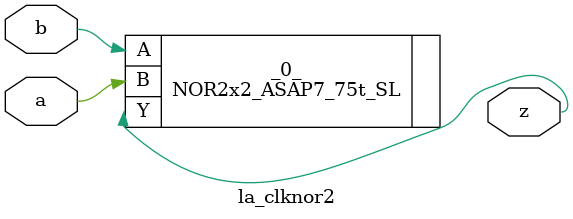
<source format=v>

/* Generated by Yosys 0.44 (git sha1 80ba43d26, g++ 11.4.0-1ubuntu1~22.04 -fPIC -O3) */

(* top =  1  *)
(* src = "generated" *)
(* keep_hierarchy *)
module la_clknor2 (
    a,
    b,
    z
);
  (* src = "generated" *)
  input a;
  wire a;
  (* src = "generated" *)
  input b;
  wire b;
  (* src = "generated" *)
  output z;
  wire z;
  NOR2x2_ASAP7_75t_SL _0_ (
      .A(b),
      .B(a),
      .Y(z)
  );
endmodule

</source>
